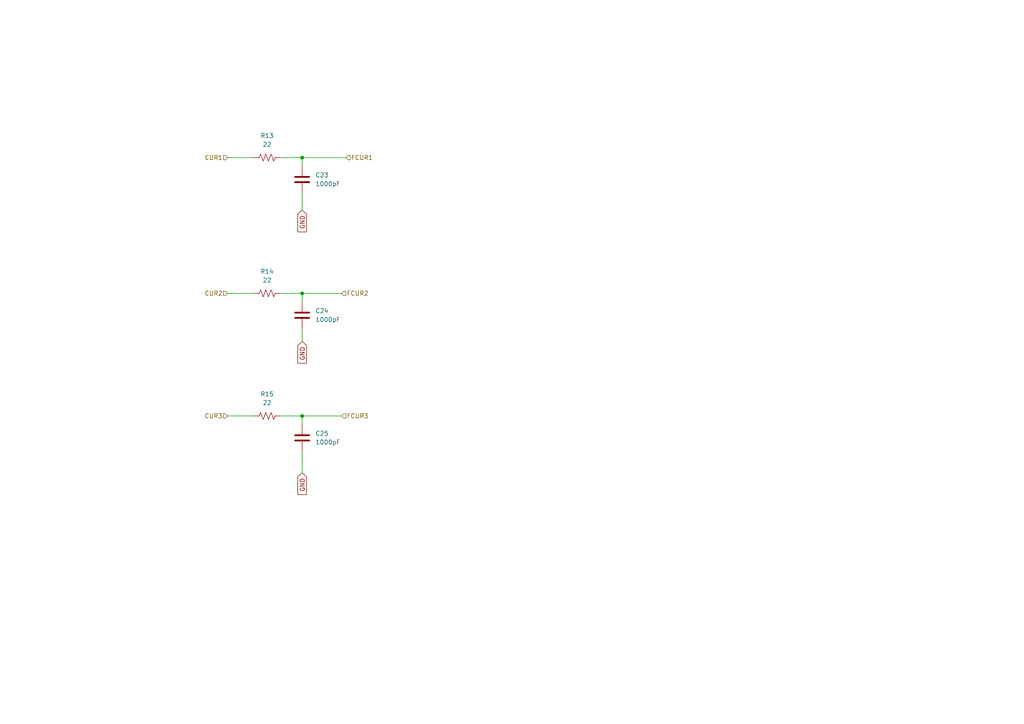
<source format=kicad_sch>
(kicad_sch (version 20230121) (generator eeschema)

  (uuid b41f89a7-faba-403a-ab5a-e151b952a70d)

  (paper "A4")

  (title_block
    (title "moteus-c1")
    (rev "1.1")
  )

  (lib_symbols
    (symbol "Device:C" (pin_numbers hide) (pin_names (offset 0.254)) (in_bom yes) (on_board yes)
      (property "Reference" "C" (at 0.635 2.54 0)
        (effects (font (size 1.27 1.27)) (justify left))
      )
      (property "Value" "C" (at 0.635 -2.54 0)
        (effects (font (size 1.27 1.27)) (justify left))
      )
      (property "Footprint" "" (at 0.9652 -3.81 0)
        (effects (font (size 1.27 1.27)) hide)
      )
      (property "Datasheet" "~" (at 0 0 0)
        (effects (font (size 1.27 1.27)) hide)
      )
      (property "ki_keywords" "cap capacitor" (at 0 0 0)
        (effects (font (size 1.27 1.27)) hide)
      )
      (property "ki_description" "Unpolarized capacitor" (at 0 0 0)
        (effects (font (size 1.27 1.27)) hide)
      )
      (property "ki_fp_filters" "C_*" (at 0 0 0)
        (effects (font (size 1.27 1.27)) hide)
      )
      (symbol "C_0_1"
        (polyline
          (pts
            (xy -2.032 -0.762)
            (xy 2.032 -0.762)
          )
          (stroke (width 0.508) (type default))
          (fill (type none))
        )
        (polyline
          (pts
            (xy -2.032 0.762)
            (xy 2.032 0.762)
          )
          (stroke (width 0.508) (type default))
          (fill (type none))
        )
      )
      (symbol "C_1_1"
        (pin passive line (at 0 3.81 270) (length 2.794)
          (name "~" (effects (font (size 1.27 1.27))))
          (number "1" (effects (font (size 1.27 1.27))))
        )
        (pin passive line (at 0 -3.81 90) (length 2.794)
          (name "~" (effects (font (size 1.27 1.27))))
          (number "2" (effects (font (size 1.27 1.27))))
        )
      )
    )
    (symbol "Device:R_US" (pin_numbers hide) (pin_names (offset 0)) (in_bom yes) (on_board yes)
      (property "Reference" "R" (at 2.54 0 90)
        (effects (font (size 1.27 1.27)))
      )
      (property "Value" "R_US" (at -2.54 0 90)
        (effects (font (size 1.27 1.27)))
      )
      (property "Footprint" "" (at 1.016 -0.254 90)
        (effects (font (size 1.27 1.27)) hide)
      )
      (property "Datasheet" "~" (at 0 0 0)
        (effects (font (size 1.27 1.27)) hide)
      )
      (property "ki_keywords" "R res resistor" (at 0 0 0)
        (effects (font (size 1.27 1.27)) hide)
      )
      (property "ki_description" "Resistor, US symbol" (at 0 0 0)
        (effects (font (size 1.27 1.27)) hide)
      )
      (property "ki_fp_filters" "R_*" (at 0 0 0)
        (effects (font (size 1.27 1.27)) hide)
      )
      (symbol "R_US_0_1"
        (polyline
          (pts
            (xy 0 -2.286)
            (xy 0 -2.54)
          )
          (stroke (width 0) (type default))
          (fill (type none))
        )
        (polyline
          (pts
            (xy 0 2.286)
            (xy 0 2.54)
          )
          (stroke (width 0) (type default))
          (fill (type none))
        )
        (polyline
          (pts
            (xy 0 -0.762)
            (xy 1.016 -1.143)
            (xy 0 -1.524)
            (xy -1.016 -1.905)
            (xy 0 -2.286)
          )
          (stroke (width 0) (type default))
          (fill (type none))
        )
        (polyline
          (pts
            (xy 0 0.762)
            (xy 1.016 0.381)
            (xy 0 0)
            (xy -1.016 -0.381)
            (xy 0 -0.762)
          )
          (stroke (width 0) (type default))
          (fill (type none))
        )
        (polyline
          (pts
            (xy 0 2.286)
            (xy 1.016 1.905)
            (xy 0 1.524)
            (xy -1.016 1.143)
            (xy 0 0.762)
          )
          (stroke (width 0) (type default))
          (fill (type none))
        )
      )
      (symbol "R_US_1_1"
        (pin passive line (at 0 3.81 270) (length 1.27)
          (name "~" (effects (font (size 1.27 1.27))))
          (number "1" (effects (font (size 1.27 1.27))))
        )
        (pin passive line (at 0 -3.81 90) (length 1.27)
          (name "~" (effects (font (size 1.27 1.27))))
          (number "2" (effects (font (size 1.27 1.27))))
        )
      )
    )
  )

  (junction (at 87.63 85.09) (diameter 0) (color 0 0 0 0)
    (uuid 30730562-7dbe-4f6e-a348-0010dcf477b0)
  )
  (junction (at 87.63 120.65) (diameter 0) (color 0 0 0 0)
    (uuid 6df75364-8aec-4d36-b140-a522353757ab)
  )
  (junction (at 87.63 45.72) (diameter 0) (color 0 0 0 0)
    (uuid 73a634df-d9c3-4d13-94c5-4da39fddbaaf)
  )

  (wire (pts (xy 87.63 45.72) (xy 100.33 45.72))
    (stroke (width 0) (type default))
    (uuid 060bd07b-866a-4b9a-8aff-d1f97901515e)
  )
  (wire (pts (xy 87.63 120.65) (xy 99.06 120.65))
    (stroke (width 0) (type default))
    (uuid 166ee320-f9a1-412a-8bc5-5d7e39d264a3)
  )
  (wire (pts (xy 81.28 45.72) (xy 87.63 45.72))
    (stroke (width 0) (type default))
    (uuid 18593cbf-c330-4c1a-b50d-4979275e1db1)
  )
  (wire (pts (xy 87.63 55.88) (xy 87.63 60.96))
    (stroke (width 0) (type default))
    (uuid 2b6fe85a-c93b-493c-8c8b-f148dd3ee6de)
  )
  (wire (pts (xy 87.63 120.65) (xy 87.63 123.19))
    (stroke (width 0) (type default))
    (uuid 47d1dd42-c20a-4da0-a573-27d2b9615483)
  )
  (wire (pts (xy 81.28 120.65) (xy 87.63 120.65))
    (stroke (width 0) (type default))
    (uuid 76e32324-e429-4ee8-915a-8e4cc67e7758)
  )
  (wire (pts (xy 66.04 45.72) (xy 73.66 45.72))
    (stroke (width 0) (type default))
    (uuid afcd5fd8-1a94-4c7e-abf8-2b855dd154ac)
  )
  (wire (pts (xy 87.63 85.09) (xy 99.06 85.09))
    (stroke (width 0) (type default))
    (uuid b3bcec38-120f-4414-bdf3-289bb2e3cd81)
  )
  (wire (pts (xy 87.63 85.09) (xy 87.63 87.63))
    (stroke (width 0) (type default))
    (uuid bd0f0735-ebe8-41d1-bf75-13fb758943af)
  )
  (wire (pts (xy 87.63 95.25) (xy 87.63 99.06))
    (stroke (width 0) (type default))
    (uuid c5887aee-d345-4219-b467-29f6c2b57fa7)
  )
  (wire (pts (xy 66.04 85.09) (xy 73.66 85.09))
    (stroke (width 0) (type default))
    (uuid d53f80a8-265f-4802-9755-06c865458f7e)
  )
  (wire (pts (xy 66.04 120.65) (xy 73.66 120.65))
    (stroke (width 0) (type default))
    (uuid d76cc7a5-96aa-41db-bf52-cc3a87a38ec4)
  )
  (wire (pts (xy 87.63 45.72) (xy 87.63 48.26))
    (stroke (width 0) (type default))
    (uuid e84cfe83-b2a2-4417-8a3e-4c59da9cb6b8)
  )
  (wire (pts (xy 87.63 130.81) (xy 87.63 137.16))
    (stroke (width 0) (type default))
    (uuid e9147721-f439-474e-8f3c-7f4971bdb1cd)
  )
  (wire (pts (xy 81.28 85.09) (xy 87.63 85.09))
    (stroke (width 0) (type default))
    (uuid fb7bde4a-a402-4d1c-9fba-a2a6f32e7e88)
  )

  (global_label "GND" (shape input) (at 87.63 137.16 270) (fields_autoplaced)
    (effects (font (size 1.27 1.27)) (justify right))
    (uuid 6818da79-23e1-4520-b201-7b464cf2bdbb)
    (property "Intersheetrefs" "${INTERSHEET_REFS}" (at 87.63 144.0157 90)
      (effects (font (size 1.27 1.27)) (justify right) hide)
    )
  )
  (global_label "GND" (shape input) (at 87.63 60.96 270) (fields_autoplaced)
    (effects (font (size 1.27 1.27)) (justify right))
    (uuid 7affce84-a186-4c66-825b-e5c696fc5f8d)
    (property "Intersheetrefs" "${INTERSHEET_REFS}" (at 87.63 67.8157 90)
      (effects (font (size 1.27 1.27)) (justify right) hide)
    )
  )
  (global_label "GND" (shape input) (at 87.63 99.06 270) (fields_autoplaced)
    (effects (font (size 1.27 1.27)) (justify right))
    (uuid 9dd5b556-5855-479f-a98f-79fc97b68fc5)
    (property "Intersheetrefs" "${INTERSHEET_REFS}" (at 87.63 105.9157 90)
      (effects (font (size 1.27 1.27)) (justify right) hide)
    )
  )

  (hierarchical_label "CUR2" (shape input) (at 66.04 85.09 180) (fields_autoplaced)
    (effects (font (size 1.27 1.27)) (justify right))
    (uuid 0ebd29f1-ebb8-4913-841d-23483564bf52)
  )
  (hierarchical_label "CUR3" (shape input) (at 66.04 120.65 180) (fields_autoplaced)
    (effects (font (size 1.27 1.27)) (justify right))
    (uuid 99a7424f-8aff-451b-9eec-33bfced7beee)
  )
  (hierarchical_label "FCUR1" (shape input) (at 100.33 45.72 0) (fields_autoplaced)
    (effects (font (size 1.27 1.27)) (justify left))
    (uuid a026a6d6-e611-4da1-acbd-2ed4bcae1b6f)
  )
  (hierarchical_label "FCUR2" (shape input) (at 99.06 85.09 0) (fields_autoplaced)
    (effects (font (size 1.27 1.27)) (justify left))
    (uuid ad68b671-5862-4db3-873f-0a625c6e9667)
  )
  (hierarchical_label "FCUR3" (shape input) (at 99.06 120.65 0) (fields_autoplaced)
    (effects (font (size 1.27 1.27)) (justify left))
    (uuid b29a321e-399a-48fe-8829-1ef88ea3ed55)
  )
  (hierarchical_label "CUR1" (shape input) (at 66.04 45.72 180) (fields_autoplaced)
    (effects (font (size 1.27 1.27)) (justify right))
    (uuid b3941d50-06c5-468a-8340-14d0e80f3e8c)
  )

  (symbol (lib_id "Device:R_US") (at 77.47 45.72 90) (unit 1)
    (in_bom yes) (on_board yes) (dnp no) (fields_autoplaced)
    (uuid 0d68bf78-9026-4468-9bc0-56a6067e5543)
    (property "Reference" "R13" (at 77.47 39.37 90)
      (effects (font (size 1.27 1.27)))
    )
    (property "Value" "22" (at 77.47 41.91 90)
      (effects (font (size 1.27 1.27)))
    )
    (property "Footprint" "Resistor_SMD:R_0402_1005Metric" (at 77.724 44.704 90)
      (effects (font (size 1.27 1.27)) hide)
    )
    (property "Datasheet" "~" (at 77.47 45.72 0)
      (effects (font (size 1.27 1.27)) hide)
    )
    (property "MPN" "MF-RES-0402-22" (at 77.47 45.72 90)
      (effects (font (size 1.27 1.27)) hide)
    )
    (property "POPULATE" "1" (at 77.47 45.72 90)
      (effects (font (size 1.27 1.27)) hide)
    )
    (pin "1" (uuid 5b542db9-e343-45e0-94fd-966159c02a2a))
    (pin "2" (uuid 2e16cd80-0d02-46a2-8afd-8c94ae6e6239))
    (instances
      (project "moteus_c1"
        (path "/bd70986b-b0dc-4add-82aa-78459b97d0c4/adfb1ba9-8cbb-4111-b231-612817615ad7"
          (reference "R13") (unit 1)
        )
      )
    )
  )

  (symbol (lib_id "Device:C") (at 87.63 91.44 0) (unit 1)
    (in_bom yes) (on_board yes) (dnp no) (fields_autoplaced)
    (uuid 2c568d0a-8cde-4c4e-8369-20ac2d3b3dc6)
    (property "Reference" "C24" (at 91.44 90.17 0)
      (effects (font (size 1.27 1.27)) (justify left))
    )
    (property "Value" "1000pF" (at 91.44 92.71 0)
      (effects (font (size 1.27 1.27)) (justify left))
    )
    (property "Footprint" "Capacitor_SMD:C_0402_1005Metric" (at 88.5952 95.25 0)
      (effects (font (size 1.27 1.27)) hide)
    )
    (property "Datasheet" "~" (at 87.63 91.44 0)
      (effects (font (size 1.27 1.27)) hide)
    )
    (property "MPN" "MF-CAP-0402-1nF" (at 87.63 91.44 0)
      (effects (font (size 1.27 1.27)) hide)
    )
    (property "POPULATE" "1" (at 87.63 91.44 0)
      (effects (font (size 1.27 1.27)) hide)
    )
    (pin "1" (uuid 9da7d05d-b14c-490a-96ee-b621413d0128))
    (pin "2" (uuid 980a2361-7603-4512-8d4e-73c3e09f986a))
    (instances
      (project "moteus_c1"
        (path "/bd70986b-b0dc-4add-82aa-78459b97d0c4/adfb1ba9-8cbb-4111-b231-612817615ad7"
          (reference "C24") (unit 1)
        )
      )
    )
  )

  (symbol (lib_id "Device:C") (at 87.63 52.07 0) (unit 1)
    (in_bom yes) (on_board yes) (dnp no) (fields_autoplaced)
    (uuid 4ae610d0-fc7d-422a-9a12-fd6974501389)
    (property "Reference" "C23" (at 91.44 50.8 0)
      (effects (font (size 1.27 1.27)) (justify left))
    )
    (property "Value" "1000pF" (at 91.44 53.34 0)
      (effects (font (size 1.27 1.27)) (justify left))
    )
    (property "Footprint" "Capacitor_SMD:C_0402_1005Metric" (at 88.5952 55.88 0)
      (effects (font (size 1.27 1.27)) hide)
    )
    (property "Datasheet" "~" (at 87.63 52.07 0)
      (effects (font (size 1.27 1.27)) hide)
    )
    (property "MPN" "MF-CAP-0402-1nF" (at 87.63 52.07 0)
      (effects (font (size 1.27 1.27)) hide)
    )
    (property "POPULATE" "1" (at 87.63 52.07 0)
      (effects (font (size 1.27 1.27)) hide)
    )
    (pin "1" (uuid cbca4b3c-472e-4a3e-b37c-670ab7539037))
    (pin "2" (uuid b7f24649-aa70-4ff6-8707-da2248831ddb))
    (instances
      (project "moteus_c1"
        (path "/bd70986b-b0dc-4add-82aa-78459b97d0c4/adfb1ba9-8cbb-4111-b231-612817615ad7"
          (reference "C23") (unit 1)
        )
      )
    )
  )

  (symbol (lib_id "Device:C") (at 87.63 127 0) (unit 1)
    (in_bom yes) (on_board yes) (dnp no) (fields_autoplaced)
    (uuid 77eb23f8-7694-488e-9261-7600269316dc)
    (property "Reference" "C25" (at 91.44 125.73 0)
      (effects (font (size 1.27 1.27)) (justify left))
    )
    (property "Value" "1000pF" (at 91.44 128.27 0)
      (effects (font (size 1.27 1.27)) (justify left))
    )
    (property "Footprint" "Capacitor_SMD:C_0402_1005Metric" (at 88.5952 130.81 0)
      (effects (font (size 1.27 1.27)) hide)
    )
    (property "Datasheet" "~" (at 87.63 127 0)
      (effects (font (size 1.27 1.27)) hide)
    )
    (property "MPN" "MF-CAP-0402-1nF" (at 87.63 127 0)
      (effects (font (size 1.27 1.27)) hide)
    )
    (property "POPULATE" "1" (at 87.63 127 0)
      (effects (font (size 1.27 1.27)) hide)
    )
    (pin "1" (uuid 2084bc46-731c-43dc-ac7a-82be4a8ceda6))
    (pin "2" (uuid ae71d983-0f33-4447-8663-37f08c449a32))
    (instances
      (project "moteus_c1"
        (path "/bd70986b-b0dc-4add-82aa-78459b97d0c4/adfb1ba9-8cbb-4111-b231-612817615ad7"
          (reference "C25") (unit 1)
        )
      )
    )
  )

  (symbol (lib_id "Device:R_US") (at 77.47 120.65 90) (unit 1)
    (in_bom yes) (on_board yes) (dnp no) (fields_autoplaced)
    (uuid 9201d19d-2f2a-4f2b-ab88-e6b8f091a8f5)
    (property "Reference" "R15" (at 77.47 114.3 90)
      (effects (font (size 1.27 1.27)))
    )
    (property "Value" "22" (at 77.47 116.84 90)
      (effects (font (size 1.27 1.27)))
    )
    (property "Footprint" "Resistor_SMD:R_0402_1005Metric" (at 77.724 119.634 90)
      (effects (font (size 1.27 1.27)) hide)
    )
    (property "Datasheet" "~" (at 77.47 120.65 0)
      (effects (font (size 1.27 1.27)) hide)
    )
    (property "MPN" "MF-RES-0402-22" (at 77.47 120.65 90)
      (effects (font (size 1.27 1.27)) hide)
    )
    (property "POPULATE" "1" (at 77.47 120.65 90)
      (effects (font (size 1.27 1.27)) hide)
    )
    (pin "1" (uuid 5e2593c6-aa92-4606-9e15-b78ae3a2424e))
    (pin "2" (uuid 4fdce713-72ff-4dfe-ae0e-ee5dd620d9ad))
    (instances
      (project "moteus_c1"
        (path "/bd70986b-b0dc-4add-82aa-78459b97d0c4/adfb1ba9-8cbb-4111-b231-612817615ad7"
          (reference "R15") (unit 1)
        )
      )
    )
  )

  (symbol (lib_id "Device:R_US") (at 77.47 85.09 90) (unit 1)
    (in_bom yes) (on_board yes) (dnp no) (fields_autoplaced)
    (uuid ef0f67ad-ffc6-4949-ab7e-2c55ff09299a)
    (property "Reference" "R14" (at 77.47 78.74 90)
      (effects (font (size 1.27 1.27)))
    )
    (property "Value" "22" (at 77.47 81.28 90)
      (effects (font (size 1.27 1.27)))
    )
    (property "Footprint" "Resistor_SMD:R_0402_1005Metric" (at 77.724 84.074 90)
      (effects (font (size 1.27 1.27)) hide)
    )
    (property "Datasheet" "~" (at 77.47 85.09 0)
      (effects (font (size 1.27 1.27)) hide)
    )
    (property "MPN" "MF-RES-0402-22" (at 77.47 85.09 90)
      (effects (font (size 1.27 1.27)) hide)
    )
    (property "POPULATE" "1" (at 77.47 85.09 90)
      (effects (font (size 1.27 1.27)) hide)
    )
    (pin "1" (uuid 7703865a-ddb3-4511-9f6c-bbb7b77edf01))
    (pin "2" (uuid 3ae2347b-5da4-4b1c-ae04-d1d1810aa697))
    (instances
      (project "moteus_c1"
        (path "/bd70986b-b0dc-4add-82aa-78459b97d0c4/adfb1ba9-8cbb-4111-b231-612817615ad7"
          (reference "R14") (unit 1)
        )
      )
    )
  )
)

</source>
